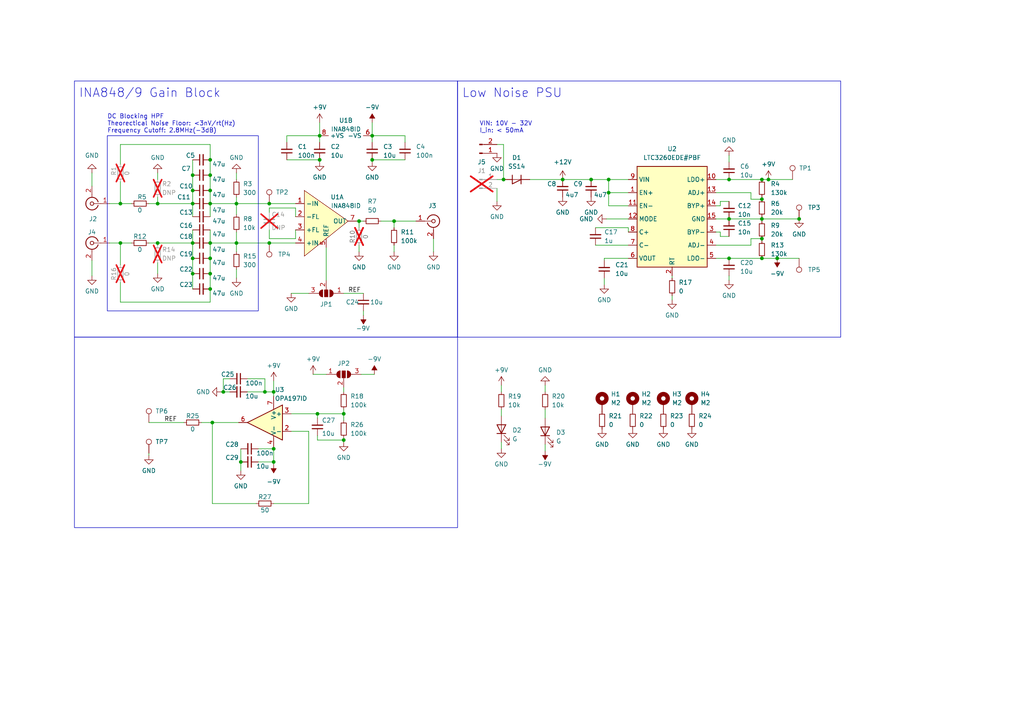
<source format=kicad_sch>
(kicad_sch (version 20230121) (generator eeschema)
  (paper "A4")
  (title_block (title "INA848/9 Gain Block") (date "2024-05-07") (rev "v0_1") (company "M-Labs Limited"))
  (lib_symbols
    (symbol "Amplifier_Operational:OPA197xD" (pin_names (offset 0.127))
      (property "Reference" "U" (at 0 6.35 0))
      (property "Value" "OPA197xD" (at 0 3.81 0))
      (symbol "OPA197xD_0_1"
        (polyline (pts (xy -5.08 5.08) (xy 5.08 0) (xy -5.08 -5.08) (xy -5.08 5.08)) (stroke (width 0.254)) (fill (type background)))
      )
      (symbol "OPA197xD_1_1"
        (pin no_connect line (at -2.54 2.54 270) (length 2.54) hide (name "NC") (number "1"))
        (pin input line (at -7.62 -2.54 0) (length 2.54) (name "-") (number "2"))
        (pin input line (at -7.62 2.54 0) (length 2.54) (name "+") (number "3"))
        (pin power_in line (at -2.54 -7.62 90) (length 3.81) (name "V-") (number "4"))
        (pin no_connect line (at 0 2.54 270) (length 2.54) hide (name "NC") (number "5"))
        (pin output line (at 7.62 0 180) (length 2.54) (name "~") (number "6"))
        (pin power_in line (at -2.54 7.62 270) (length 3.81) (name "V+") (number "7"))
        (pin no_connect line (at 0 -2.54 90) (length 2.54) hide (name "NC") (number "8"))
      )
    )
    (symbol "Connector:Conn_01x02_Pin" (pin_names (offset 1.016) hide)
      (property "Reference" "J" (at 0 2.54 0))
      (property "Value" "Conn_01x02_Pin" (at 0 -5.08 0))
      (symbol "Conn_01x02_Pin_1_1"
        (polyline (pts (xy 1.27 -2.54) (xy 0.8636 -2.54)) (stroke (width 0.1524)))
        (polyline (pts (xy 1.27 0) (xy 0.8636 0)) (stroke (width 0.1524)))
        (rectangle (start 0.8636 -2.413) (end 0 -2.667) (stroke (width 0.1524)) (fill (type outline)))
        (rectangle (start 0.8636 0.127) (end 0 -0.127) (stroke (width 0.1524)) (fill (type outline)))
        (pin passive line (at 5.08 0 180) (length 3.81) (name "Pin_1") (number "1"))
        (pin passive line (at 5.08 -2.54 180) (length 3.81) (name "Pin_2") (number "2"))
      )
    )
    (symbol "Connector:Conn_Coaxial" (pin_names (offset 1.016) hide)
      (property "Reference" "J" (at 0.254 3.048 0))
      (property "Value" "Conn_Coaxial" (at 2.921 0 90))
      (symbol "Conn_Coaxial_0_1"
        (arc (start -1.778 -0.508) (mid 0.2311 -1.8066) (end 1.778 0) (stroke (width 0.254)))
        (polyline (pts (xy -2.54 0) (xy -0.508 0)))
        (polyline (pts (xy 0 -2.54) (xy 0 -1.778)))
        (circle (center 0 0) (radius 0.508) (stroke (width 0.2032)))
        (arc (start 1.778 0) (mid 0.2099 1.8101) (end -1.778 0.508) (stroke (width 0.254)))
      )
      (symbol "Conn_Coaxial_1_1"
        (pin passive line (at -5.08 0 0) (length 2.54) (name "In") (number "1"))
        (pin passive line (at 0 -5.08 90) (length 2.54) (name "Ext") (number "2"))
      )
    )
    (symbol "Connector:TestPoint" (pin_numbers hide) (pin_names (offset 0.762) hide)
      (property "Reference" "TP" (at 0 6.858 0))
      (property "Value" "TestPoint" (at 0 5.08 0))
      (symbol "TestPoint_0_1"
        (circle (center 0 3.302) (radius 0.762))
      )
      (symbol "TestPoint_1_1"
        (pin passive line (at 0 0 90) (length 2.54) (name "1") (number "1"))
      )
    )
    (symbol "Device:C_Small" (pin_numbers hide) (pin_names (offset 0.254) hide)
      (property "Reference" "C" (at 0.254 1.778 0))
      (property "Value" "C_Small" (at 0.254 -2.032 0))
      (symbol "C_Small_0_1"
        (polyline (pts (xy -1.524 -0.508) (xy 1.524 -0.508)) (stroke (width 0.3302)))
        (polyline (pts (xy -1.524 0.508) (xy 1.524 0.508)) (stroke (width 0.3048)))
      )
      (symbol "C_Small_1_1"
        (pin passive line (at 0 2.54 270) (length 2.032) (name "~") (number "1"))
        (pin passive line (at 0 -2.54 90) (length 2.032) (name "~") (number "2"))
      )
    )
    (symbol "Device:D_Shockley" (pin_numbers hide) (pin_names (offset 1.016) hide)
      (property "Reference" "D" (at 0 2.54 0))
      (property "Value" "D_Shockley" (at 0 -2.54 0))
      (symbol "D_Shockley_0_1"
        (polyline (pts (xy -1.27 0) (xy 1.27 0)))
        (polyline (pts (xy -1.27 1.27) (xy -1.27 -1.27)) (stroke (width 0.254)))
        (polyline (pts (xy -1.27 0) (xy 1.27 1.27) (xy 1.27 -1.27)) (stroke (width 0.254)))
      )
      (symbol "D_Shockley_1_1"
        (pin passive line (at -3.81 0 0) (length 2.54) (name "K") (number "1"))
        (pin passive line (at 3.81 0 180) (length 2.54) (name "A") (number "2"))
      )
    )
    (symbol "Device:LED" (pin_numbers hide) (pin_names (offset 1.016) hide)
      (property "Reference" "D" (at 0 2.54 0))
      (property "Value" "LED" (at 0 -2.54 0))
      (symbol "LED_0_1"
        (polyline (pts (xy -1.27 -1.27) (xy -1.27 1.27)) (stroke (width 0.254)))
        (polyline (pts (xy -1.27 0) (xy 1.27 0)))
        (polyline (pts (xy 1.27 -1.27) (xy 1.27 1.27) (xy -1.27 0) (xy 1.27 -1.27)) (stroke (width 0.254)))
        (polyline (pts (xy -3.048 -0.762) (xy -4.572 -2.286) (xy -3.81 -2.286) (xy -4.572 -2.286) (xy -4.572 -1.524)))
        (polyline (pts (xy -1.778 -0.762) (xy -3.302 -2.286) (xy -2.54 -2.286) (xy -3.302 -2.286) (xy -3.302 -1.524)))
      )
      (symbol "LED_1_1"
        (pin passive line (at -3.81 0 0) (length 2.54) (name "K") (number "1"))
        (pin passive line (at 3.81 0 180) (length 2.54) (name "A") (number "2"))
      )
    )
    (symbol "Device:R_Small" (pin_numbers hide) (pin_names (offset 0.254) hide)
      (property "Reference" "R" (at 0.762 0.508 0))
      (property "Value" "R_Small" (at 0.762 -1.016 0))
      (symbol "R_Small_0_1"
        (rectangle (start -0.762 1.778) (end 0.762 -1.778) (stroke (width 0.2032)))
      )
      (symbol "R_Small_1_1"
        (pin passive line (at 0 2.54 270) (length 0.762) (name "~") (number "1"))
        (pin passive line (at 0 -2.54 90) (length 0.762) (name "~") (number "2"))
      )
    )
    (symbol "INA848_1"
      (property "Reference" "REF**" (at 2.54 1.27 0))
      (property "Value" "INA848ID" (at 0 -2.54 0))
      (symbol "INA848_1_1_1"
        (polyline (pts (xy 0 0) (xy 0 -19.05) (xy 12.7 -8.89) (xy 0 0)) (fill (type background)))
        (pin input line (at -2.54 -3.81 0) (length 2.54) (name "-IN") (number "1"))
        (pin input line (at -2.54 -7.62 0) (length 2.54) (name "-FL") (number "2"))
        (pin input line (at -2.54 -11.43 0) (length 2.54) (name "+FL") (number "3"))
        (pin input line (at -2.54 -15.24 0) (length 2.54) (name "+IN") (number "4"))
        (pin input line (at 6.35 -16.51 90) (length 2.54) (name "REF") (number "5"))
        (pin input line (at 15.24 -8.89 180) (length 2.54) (name "OUT") (number "7"))
      )
      (symbol "INA848_1_2_1"
        (pin input line (at 15.24 0 180) (length 2.54) (name "-VS") (number "6"))
        (pin input line (at 0 0 0) (length 2.54) (name "+VS") (number "8"))
      )
    )
    (symbol "Jumper:SolderJumper_3_Open" (pin_names (offset 0) hide)
      (property "Reference" "JP" (at -2.54 -2.54 0))
      (property "Value" "SolderJumper_3_Open" (at 0 2.794 0))
      (symbol "SolderJumper_3_Open_0_1"
        (arc (start -1.016 1.016) (mid -2.0276 0) (end -1.016 -1.016))
        (arc (start -1.016 1.016) (mid -2.0276 0) (end -1.016 -1.016) (fill (type outline)))
        (rectangle (start -0.508 1.016) (end 0.508 -1.016) (fill (type outline)))
        (polyline (pts (xy -2.54 0) (xy -2.032 0)))
        (polyline (pts (xy -1.016 1.016) (xy -1.016 -1.016)))
        (polyline (pts (xy 0 -1.27) (xy 0 -1.016)))
        (polyline (pts (xy 1.016 1.016) (xy 1.016 -1.016)))
        (polyline (pts (xy 2.54 0) (xy 2.032 0)))
        (arc (start 1.016 -1.016) (mid 2.0276 0) (end 1.016 1.016))
        (arc (start 1.016 -1.016) (mid 2.0276 0) (end 1.016 1.016) (fill (type outline)))
      )
      (symbol "SolderJumper_3_Open_1_1"
        (pin passive line (at -5.08 0 0) (length 2.54) (name "A") (number "1"))
        (pin passive line (at 0 -3.81 90) (length 2.54) (name "C") (number "2"))
        (pin passive line (at 5.08 0 180) (length 2.54) (name "B") (number "3"))
      )
    )
    (symbol "Mechanical:MountingHole_Pad" (pin_numbers hide) (pin_names (offset 1.016) hide)
      (property "Reference" "H" (at 0 6.35 0))
      (property "Value" "MountingHole_Pad" (at 0 4.445 0))
      (symbol "MountingHole_Pad_0_1"
        (circle (center 0 1.27) (radius 1.27) (stroke (width 1.27)))
      )
      (symbol "MountingHole_Pad_1_1"
        (pin input line (at 0 -2.54 90) (length 2.54) (name "1") (number "1"))
      )
    )
    (symbol "custom:INA848"
      (property "Reference" "U" (at 1.27 7.62 0))
      (property "Value" "INA848ID" (at 0 -2.54 0))
      (symbol "INA848_1_1"
        (polyline (pts (xy 0 0) (xy 0 -19.05) (xy 12.7 -8.89) (xy 0 0)) (fill (type background)))
        (pin input line (at -2.54 -3.81 0) (length 2.54) (name "-IN") (number "1"))
        (pin input line (at -2.54 -7.62 0) (length 2.54) (name "-FL") (number "2"))
        (pin input line (at -2.54 -11.43 0) (length 2.54) (name "+FL") (number "3"))
        (pin input line (at -2.54 -15.24 0) (length 2.54) (name "+IN") (number "4"))
        (pin input line (at 6.35 -16.51 90) (length 2.54) (name "REF") (number "6"))
        (pin input line (at 15.24 -8.89 180) (length 2.54) (name "OUT") (number "7"))
      )
      (symbol "INA848_2_1"
        (pin input line (at 15.24 0 180) (length 2.54) (name "-VS") (number "6"))
        (pin input line (at 0 0 0) (length 2.54) (name "+VS") (number "8"))
      )
    )
    (symbol "custom:LTC3260EDE#PBF"
      (property "Reference" "IC" (at 26.67 7.62 0))
      (property "Value" "LTC3260EDE#PBF" (at 26.67 5.08 0))
      (symbol "LTC3260EDE#PBF_1_1"
        (rectangle (start 5.08 2.54) (end 25.4 -26.67) (stroke (width 0.254)) (fill (type background)))
        (pin passive line (at 2.54 -5.08 0) (length 2.54) (name "EN+") (number "1"))
        (pin passive line (at 27.94 -1.27 180) (length 2.54) (name "LDO+") (number "10"))
        (pin passive line (at 2.54 -8.89 0) (length 2.54) (name "EN-") (number "11"))
        (pin passive line (at 2.54 -12.7 0) (length 2.54) (name "MODE") (number "12"))
        (pin passive line (at 27.94 -5.08 180) (length 2.54) (name "ADJ+") (number "13"))
        (pin passive line (at 27.94 -8.89 180) (length 2.54) (name "BYP+") (number "14"))
        (pin passive line (at 27.94 -12.7 180) (length 2.54) (name "GND") (number "15"))
        (pin passive line (at 15.24 -29.21 90) (length 2.54) (name "RT") (number "2"))
        (pin passive line (at 27.94 -16.51 180) (length 2.54) (name "BYP-") (number "3"))
        (pin passive line (at 27.94 -20.32 180) (length 2.54) (name "ADJ-") (number "4"))
        (pin passive line (at 27.94 -24.13 180) (length 2.54) (name "LDO-") (number "5"))
        (pin passive line (at 2.54 -24.13 0) (length 2.54) (name "VOUT") (number "6"))
        (pin passive line (at 2.54 -20.32 0) (length 2.54) (name "C-") (number "7"))
        (pin passive line (at 2.54 -16.51 0) (length 2.54) (name "C+") (number "8"))
        (pin passive line (at 2.54 -1.27 0) (length 2.54) (name "VIN") (number "9"))
      )
    )
    (symbol "power:+12V" (power) (pin_names (offset 0))
      (property "Value" "+12V" (at 0 3.556 0))
      (symbol "+12V_0_1"
        (polyline (pts (xy -0.762 1.27) (xy 0 2.54)))
        (polyline (pts (xy 0 0) (xy 0 2.54)))
        (polyline (pts (xy 0 2.54) (xy 0.762 1.27)))
      )
      (symbol "+12V_1_1"
        (pin power_in line (at 0 0 90) (length 0) hide (name "+12V") (number "1"))
      )
    )
    (symbol "power:+9V" (power) (pin_names (offset 0))
      (property "Value" "+9V" (at 0 3.556 0))
      (symbol "+9V_0_1"
        (polyline (pts (xy -0.762 1.27) (xy 0 2.54)))
        (polyline (pts (xy 0 0) (xy 0 2.54)))
        (polyline (pts (xy 0 2.54) (xy 0.762 1.27)))
      )
      (symbol "+9V_1_1"
        (pin power_in line (at 0 0 90) (length 0) hide (name "+9V") (number "1"))
      )
    )
    (symbol "power:-9V" (power) (pin_names (offset 0))
      (property "Value" "-9V" (at 0 3.81 0))
      (symbol "-9V_0_1"
        (polyline (pts (xy 0 0) (xy 0 2.54)))
        (polyline (pts (xy 0.762 1.27) (xy -0.762 1.27) (xy 0 2.54) (xy 0.762 1.27)) (fill (type outline)))
      )
      (symbol "-9V_1_1"
        (pin power_in line (at 0 0 90) (length 0) hide (name "-9V") (number "1"))
      )
    )
    (symbol "power:GND" (power) (pin_names (offset 0))
      (property "Value" "GND" (at 0 -3.81 0))
      (symbol "GND_0_1"
        (polyline (pts (xy 0 0) (xy 0 -1.27) (xy 1.27 -1.27) (xy 0 -2.54) (xy -1.27 -1.27) (xy 0 -1.27)))
      )
      (symbol "GND_1_1"
        (pin power_in line (at 0 0 270) (length 0) hide (name "GND") (number "1"))
      )
    )
  )
  (junction (at 225.425 74.93))
  (junction (at 176.53 52.07))
  (junction (at 79.375 130.175))
  (junction (at 104.14 64.135))
  (junction (at 222.885 52.07))
  (junction (at 79.375 113.665))
  (junction (at 60.96 59.055))
  (junction (at 55.88 55.245))
  (junction (at 55.88 74.93))
  (junction (at 55.88 50.8))
  (junction (at 220.98 69.215))
  (junction (at 114.3 64.135))
  (junction (at 45.72 70.485))
  (junction (at 92.71 46.355))
  (junction (at 64.77 113.665))
  (junction (at 211.455 52.07))
  (junction (at 60.96 70.485))
  (junction (at 78.105 59.055))
  (junction (at 220.98 52.07))
  (junction (at 176.53 55.88))
  (junction (at 99.695 120.015))
  (junction (at 107.95 39.37))
  (junction (at 34.925 70.485))
  (junction (at 220.98 74.93))
  (junction (at 231.775 63.5))
  (junction (at 60.96 83.82))
  (junction (at 60.96 46.355))
  (junction (at 34.925 59.055))
  (junction (at 45.72 59.055))
  (junction (at 211.455 74.93))
  (junction (at 171.45 52.07))
  (junction (at 79.375 133.985))
  (junction (at 61.595 122.555))
  (junction (at 55.88 79.375))
  (junction (at 78.105 70.485))
  (junction (at 146.05 52.07))
  (junction (at 220.98 63.5))
  (junction (at 60.96 74.93))
  (junction (at 76.835 113.665))
  (junction (at 68.58 59.055))
  (junction (at 60.96 55.245))
  (junction (at 211.455 63.5))
  (junction (at 69.85 133.985))
  (junction (at 163.195 52.07))
  (junction (at 107.95 46.355))
  (junction (at 60.96 50.8))
  (junction (at 55.88 59.055))
  (junction (at 55.88 70.485))
  (junction (at 99.695 127.635))
  (junction (at 220.98 57.785))
  (junction (at 92.075 120.015))
  (junction (at 60.96 79.375))
  (junction (at 92.71 39.37))
  (junction (at 68.58 70.485))
  (wire (pts (xy 225.425 74.93) (xy 231.775 74.93)))
  (wire (pts (xy 84.455 85.09) (xy 89.535 85.09)))
  (wire (pts (xy 68.58 70.485) (xy 78.105 70.485)))
  (wire (pts (xy 125.73 73.025) (xy 125.73 69.215)))
  (wire (pts (xy 26.67 50.165) (xy 26.67 53.975)))
  (wire (pts (xy 34.925 41.91) (xy 60.96 41.91)))
  (wire (pts (xy 222.885 52.07) (xy 229.87 52.07)))
  (wire (pts (xy 99.695 112.395) (xy 99.695 113.665)))
  (wire (pts (xy 45.72 71.12) (xy 45.72 70.485)))
  (wire (pts (xy 176.53 55.88) (xy 176.53 52.07)))
  (wire (pts (xy 60.96 70.485) (xy 60.96 74.93)))
  (wire (pts (xy 89.535 125.095) (xy 89.535 146.05)))
  (wire (pts (xy 92.075 127.635) (xy 99.695 127.635)))
  (wire (pts (xy 220.98 64.135) (xy 220.98 63.5)))
  (wire (pts (xy 107.95 39.37) (xy 107.95 41.275)))
  (wire (pts (xy 220.98 74.93) (xy 225.425 74.93)))
  (wire (pts (xy 55.88 70.485) (xy 55.88 74.93)))
  (wire (pts (xy 220.98 63.5) (xy 220.98 62.865)))
  (wire (pts (xy 207.645 74.93) (xy 211.455 74.93)))
  (wire (pts (xy 69.85 136.525) (xy 69.85 133.985)))
  (wire (pts (xy 83.185 46.355) (xy 92.71 46.355)))
  (wire (pts (xy 71.755 109.855) (xy 76.835 109.855)))
  (wire (pts (xy 43.18 122.555) (xy 53.34 122.555)))
  (wire (pts (xy 175.895 63.5) (xy 182.245 63.5)))
  (wire (pts (xy 55.88 59.055) (xy 55.88 62.865)))
  (wire (pts (xy 34.925 52.705) (xy 34.925 59.055)))
  (wire (pts (xy 61.595 122.555) (xy 69.215 122.555)))
  (wire (pts (xy 107.95 46.355) (xy 117.475 46.355)))
  (wire (pts (xy 83.185 41.275) (xy 83.185 39.37)))
  (wire (pts (xy 60.96 59.055) (xy 68.58 59.055)))
  (wire (pts (xy 34.925 59.055) (xy 38.1 59.055)))
  (wire (pts (xy 220.98 57.785) (xy 220.98 57.15)))
  (wire (pts (xy 60.96 87.63) (xy 60.96 83.82)))
  (wire (pts (xy 114.3 73.025) (xy 114.3 71.12)))
  (wire (pts (xy 211.455 52.07) (xy 220.98 52.07)))
  (wire (pts (xy 145.415 130.175) (xy 145.415 128.27)))
  (wire (pts (xy 60.96 41.91) (xy 60.96 46.355)))
  (wire (pts (xy 60.96 55.245) (xy 60.96 59.055)))
  (wire (pts (xy 146.05 41.91) (xy 146.05 52.07)))
  (wire (pts (xy 158.115 118.745) (xy 158.115 121.285)))
  (wire (pts (xy 171.45 52.07) (xy 176.53 52.07)))
  (wire (pts (xy 69.85 130.175) (xy 69.85 133.985)))
  (wire (pts (xy 194.945 80.645) (xy 194.945 80.01)))
  (wire (pts (xy 217.805 71.12) (xy 217.805 69.215)))
  (wire (pts (xy 207.645 52.07) (xy 211.455 52.07)))
  (wire (pts (xy 83.185 39.37) (xy 92.71 39.37)))
  (wire (pts (xy 60.96 79.375) (xy 60.96 83.82)))
  (wire (pts (xy 68.58 57.15) (xy 68.58 59.055)))
  (wire (pts (xy 207.645 55.88) (xy 217.805 55.88)))
  (wire (pts (xy 99.695 128.27) (xy 99.695 127.635)))
  (wire (pts (xy 217.805 55.88) (xy 217.805 57.785)))
  (wire (pts (xy 68.58 80.645) (xy 68.58 78.105)))
  (wire (pts (xy 144.145 52.07) (xy 146.05 52.07)))
  (wire (pts (xy 231.775 63.5) (xy 220.98 63.5)))
  (wire (pts (xy 68.58 59.055) (xy 78.105 59.055)))
  (wire (pts (xy 64.135 113.665) (xy 64.77 113.665)))
  (wire (pts (xy 79.375 134.62) (xy 79.375 133.985)))
  (wire (pts (xy 45.72 57.15) (xy 45.72 59.055)))
  (wire (pts (xy 60.96 66.675) (xy 60.96 70.485)))
  (wire (pts (xy 60.96 50.8) (xy 60.96 55.245)))
  (wire (pts (xy 45.72 50.165) (xy 45.72 52.07)))
  (wire (pts (xy 175.26 74.93) (xy 182.245 74.93)))
  (wire (pts (xy 45.72 59.055) (xy 55.88 59.055)))
  (wire (pts (xy 34.925 87.63) (xy 60.96 87.63)))
  (wire (pts (xy 74.93 130.175) (xy 79.375 130.175)))
  (wire (pts (xy 34.925 47.625) (xy 34.925 41.91)))
  (wire (pts (xy 79.375 110.49) (xy 79.375 113.665)))
  (wire (pts (xy 153.67 52.07) (xy 163.195 52.07)))
  (wire (pts (xy 55.88 50.8) (xy 55.88 55.245)))
  (wire (pts (xy 104.14 73.025) (xy 104.14 71.12)))
  (wire (pts (xy 220.98 69.215) (xy 220.98 69.85)))
  (wire (pts (xy 78.105 60.325) (xy 85.725 60.325)))
  (wire (pts (xy 208.915 68.58) (xy 211.455 68.58)))
  (wire (pts (xy 211.455 63.5) (xy 220.98 63.5)))
  (wire (pts (xy 172.72 71.12) (xy 182.245 71.12)))
  (wire (pts (xy 68.58 70.485) (xy 68.58 73.025)))
  (wire (pts (xy 120.65 64.135) (xy 114.3 64.135)))
  (wire (pts (xy 31.75 70.485) (xy 34.925 70.485)))
  (wire (pts (xy 60.96 70.485) (xy 68.58 70.485)))
  (wire (pts (xy 43.18 132.08) (xy 43.18 131.445)))
  (wire (pts (xy 104.14 64.135) (xy 105.41 64.135)))
  (wire (pts (xy 182.245 66.04) (xy 182.245 67.31)))
  (wire (pts (xy 61.595 146.05) (xy 74.295 146.05)))
  (wire (pts (xy 43.18 59.055) (xy 45.72 59.055)))
  (wire (pts (xy 85.725 69.215) (xy 85.725 66.675)))
  (wire (pts (xy 99.695 85.09) (xy 105.41 85.09)))
  (wire (pts (xy 78.105 60.325) (xy 78.105 61.595)))
  (wire (pts (xy 207.645 71.12) (xy 217.805 71.12)))
  (wire (pts (xy 144.145 41.91) (xy 146.05 41.91)))
  (wire (pts (xy 107.95 46.99) (xy 107.95 46.355)))
  (wire (pts (xy 114.3 64.135) (xy 110.49 64.135)))
  (wire (pts (xy 92.71 46.99) (xy 92.71 46.355)))
  (wire (pts (xy 220.98 52.07) (xy 222.885 52.07)))
  (wire (pts (xy 105.41 90.17) (xy 105.41 91.44)))
  (wire (pts (xy 60.96 74.93) (xy 60.96 79.375)))
  (wire (pts (xy 211.455 81.28) (xy 211.455 80.01)))
  (wire (pts (xy 58.42 122.555) (xy 61.595 122.555)))
  (wire (pts (xy 76.835 109.855) (xy 76.835 113.665)))
  (wire (pts (xy 182.245 59.69) (xy 176.53 59.69)))
  (wire (pts (xy 144.145 54.61) (xy 144.145 58.42)))
  (wire (pts (xy 211.455 74.93) (xy 220.98 74.93)))
  (wire (pts (xy 64.77 113.665) (xy 66.675 113.665)))
  (wire (pts (xy 176.53 59.69) (xy 176.53 55.88)))
  (wire (pts (xy 211.455 58.42) (xy 208.915 58.42)))
  (wire (pts (xy 92.075 121.285) (xy 92.075 120.015)))
  (wire (pts (xy 68.58 67.31) (xy 68.58 70.485)))
  (wire (pts (xy 55.88 66.675) (xy 55.88 70.485)))
  (wire (pts (xy 107.95 35.56) (xy 107.95 39.37)))
  (wire (pts (xy 78.105 70.485) (xy 85.725 70.485)))
  (wire (pts (xy 45.72 70.485) (xy 55.88 70.485)))
  (wire (pts (xy 217.805 57.785) (xy 220.98 57.785)))
  (wire (pts (xy 78.105 69.215) (xy 78.105 66.675)))
  (wire (pts (xy 108.585 108.585) (xy 104.775 108.585)))
  (wire (pts (xy 68.58 50.165) (xy 68.58 52.07)))
  (wire (pts (xy 207.645 67.31) (xy 208.915 67.31)))
  (wire (pts (xy 175.26 82.55) (xy 175.26 80.645)))
  (wire (pts (xy 84.455 120.015) (xy 92.075 120.015)))
  (wire (pts (xy 163.195 52.07) (xy 171.45 52.07)))
  (wire (pts (xy 103.505 64.135) (xy 104.14 64.135)))
  (wire (pts (xy 34.925 76.835) (xy 34.925 70.485)))
  (wire (pts (xy 176.53 55.88) (xy 182.245 55.88)))
  (wire (pts (xy 55.88 55.245) (xy 55.88 59.055)))
  (wire (pts (xy 74.93 133.985) (xy 79.375 133.985)))
  (wire (pts (xy 60.96 46.355) (xy 60.96 50.8)))
  (wire (pts (xy 117.475 41.275) (xy 117.475 39.37)))
  (wire (pts (xy 92.075 120.015) (xy 99.695 120.015)))
  (wire (pts (xy 158.115 111.76) (xy 158.115 113.665)))
  (wire (pts (xy 61.595 146.05) (xy 61.595 122.555)))
  (wire (pts (xy 99.695 118.745) (xy 99.695 120.015)))
  (wire (pts (xy 31.75 59.055) (xy 34.925 59.055)))
  (wire (pts (xy 172.72 66.04) (xy 182.245 66.04)))
  (wire (pts (xy 92.71 39.37) (xy 92.71 41.275)))
  (wire (pts (xy 64.77 109.855) (xy 64.77 113.665)))
  (wire (pts (xy 114.3 66.04) (xy 114.3 64.135)))
  (wire (pts (xy 34.925 81.915) (xy 34.925 87.63)))
  (wire (pts (xy 145.415 118.745) (xy 145.415 120.65)))
  (wire (pts (xy 94.615 71.755) (xy 94.615 81.28)))
  (wire (pts (xy 92.075 126.365) (xy 92.075 127.635)))
  (wire (pts (xy 68.58 59.055) (xy 68.58 62.23)))
  (wire (pts (xy 211.455 45.085) (xy 211.455 46.99)))
  (wire (pts (xy 60.96 59.055) (xy 60.96 62.865)))
  (wire (pts (xy 158.115 128.905) (xy 158.115 130.81)))
  (wire (pts (xy 208.915 59.69) (xy 207.645 59.69)))
  (wire (pts (xy 34.925 70.485) (xy 38.1 70.485)))
  (wire (pts (xy 85.725 60.325) (xy 85.725 62.865)))
  (wire (pts (xy 92.71 35.56) (xy 92.71 39.37)))
  (wire (pts (xy 207.645 63.5) (xy 211.455 63.5)))
  (wire (pts (xy 117.475 39.37) (xy 107.95 39.37)))
  (wire (pts (xy 104.14 64.135) (xy 104.14 66.04)))
  (wire (pts (xy 79.375 146.05) (xy 89.535 146.05)))
  (wire (pts (xy 145.415 111.76) (xy 145.415 113.665)))
  (wire (pts (xy 175.26 75.565) (xy 175.26 74.93)))
  (wire (pts (xy 194.945 86.995) (xy 194.945 85.725)))
  (wire (pts (xy 79.375 113.665) (xy 79.375 114.935)))
  (wire (pts (xy 208.915 67.31) (xy 208.915 68.58)))
  (wire (pts (xy 78.105 69.215) (xy 85.725 69.215)))
  (wire (pts (xy 84.455 125.095) (xy 89.535 125.095)))
  (wire (pts (xy 182.245 52.07) (xy 176.53 52.07)))
  (wire (pts (xy 71.755 113.665) (xy 76.835 113.665)))
  (wire (pts (xy 76.835 113.665) (xy 79.375 113.665)))
  (wire (pts (xy 99.695 127.635) (xy 99.695 127)))
  (wire (pts (xy 55.88 74.93) (xy 55.88 79.375)))
  (wire (pts (xy 45.72 79.375) (xy 45.72 76.2)))
  (wire (pts (xy 43.18 70.485) (xy 45.72 70.485)))
  (wire (pts (xy 99.695 120.015) (xy 99.695 121.92)))
  (wire (pts (xy 217.805 69.215) (xy 220.98 69.215)))
  (wire (pts (xy 55.88 79.375) (xy 55.88 83.82)))
  (wire (pts (xy 208.915 58.42) (xy 208.915 59.69)))
  (wire (pts (xy 66.675 109.855) (xy 64.77 109.855)))
  (wire (pts (xy 78.105 59.055) (xy 85.725 59.055)))
  (wire (pts (xy 79.375 133.985) (xy 79.375 130.175)))
  (wire (pts (xy 90.805 108.585) (xy 94.615 108.585)))
  (wire (pts (xy 26.67 80.01) (xy 26.67 75.565)))
  (wire (pts (xy 55.88 46.355) (xy 55.88 50.8)))
  (rectangle (start 21.59 97.79) (end 132.715 153.035))
  (rectangle (start 132.715 23.495) (end 243.84 97.79))
  (rectangle (start 31.115 39.37) (end 74.93 90.17))
  (rectangle (start 21.59 23.495) (end 132.715 97.79))
  (text "DC Blocking HPF\nTheorectical Noise Floor: <3nV/rt(Hz)\nFrequency Cutoff: 2.8MHz(-3dB)" (at 31.115 38.735 0) (effects (font (size 1.27 1.27)) (justify left bottom)))
  (text "VIN: 10V - 32V\nI_in: < 50mA" (at 139.065 38.735 0) (effects (font (size 1.27 1.27)) (justify left bottom)))
  (text "Low Noise PSU" (at 133.985 28.575 0) (effects (font (size 2.54 2.54)) (justify left bottom)))
  (text "INA848/9 Gain Block" (at 22.86 28.575 0) (effects (font (size 2.54 2.54)) (justify left bottom)))
  (label "REF" (at 47.625 122.555 0))
  (label "REF" (at 100.965 85.09 0))
  (symbol (lib_id "power:GND") (at 45.72 50.165 180) (unit 1)
    (property "Reference" "#PWR07" (effects hide))
    (property "Value" "GND" (at 45.72 45.72 0))
  )
  (symbol (lib_id "power:GND") (at 26.67 50.165 180) (unit 1)
    (property "Reference" "#PWR06" (effects hide))
    (property "Value" "GND" (at 26.67 45.085 0))
  )
  (symbol (lib_name "INA848_1") (lib_id "custom:INA848") (at 88.265 55.245 0) (unit 1)
    (property "Reference" "U1" (at 97.79 57.15 0))
    (property "Value" "INA848ID" (at 100.33 59.69 0))
    (property "Footprint" "custom:INA848-SOIC-8" (effects hide))
    (property "MFR_PN" "INA848ID" (effects hide))
  )
  (symbol (lib_id "Device:C_Small") (at 92.075 123.825 180) (unit 1)
    (property "Reference" "C27" (at 93.345 121.92 0) (effects (justify right)))
    (property "Value" "10u" (at 93.345 125.73 0) (effects (justify right)))
    (property "Footprint" "Capacitor_SMD:C_0805_2012Metric" (effects hide))
    (property "MFR_PN" "CL21A106KOQNNNE" (effects hide))
  )
  (symbol (lib_id "Device:C_Small") (at 69.215 109.855 270) (unit 1)
    (property "Reference" "C25" (at 66.04 108.585 90))
    (property "Value" "100n" (at 73.66 111.125 90))
    (property "Footprint" "Capacitor_SMD:C_0603_1608Metric" (effects hide))
    (property "MFR_PN" "C0603C104K5RACAUTO" (effects hide))
  )
  (symbol (lib_id "power:GND") (at 84.455 85.09 0) (unit 1)
    (property "Reference" "#PWR025" (effects hide))
    (property "Value" "GND" (at 84.455 89.535 0))
  )
  (symbol (lib_id "Device:R_Small") (at 68.58 64.77 0) (unit 1)
    (property "Reference" "R8" (at 70.485 63.5 0) (effects (justify left)))
    (property "Value" "10k" (at 70.485 66.04 0) (effects (justify left)))
    (property "Footprint" "Resistor_SMD:R_0603_1608Metric" (effects hide))
    (property "MFR_PN" "RC0603JR-0710KP" (effects hide))
  )
  (symbol (lib_id "Device:C_Small") (at 58.42 66.675 90) (unit 1)
    (property "Reference" "C16" (at 53.975 65.405 90))
    (property "Value" "47u" (at 63.5 67.945 90))
    (property "Footprint" "Capacitor_SMD:C_1206_3216Metric" (effects hide))
    (property "MFR_PN" "C3216X5R1E476M160AC" (effects hide))
  )
  (symbol (lib_id "Connector:Conn_Coaxial") (at 125.73 64.135 0) (unit 1)
    (property "Reference" "J3" (at 125.4126 59.69 0))
    (property "Value" "Conn_Coaxial" (effects hide))
    (property "Footprint" "custom:CON-SMA-EDGE" (effects hide))
    (property "Datasheet" " ~" (effects hide))
    (property "MFR_PN" "CON-SMA-EDGE" (effects hide))
  )
  (symbol (lib_id "Device:C_Small") (at 58.42 46.355 90) (unit 1)
    (property "Reference" "C5" (at 55.245 45.085 90))
    (property "Value" "47u" (at 63.5 47.625 90))
    (property "Footprint" "Capacitor_SMD:C_1206_3216Metric" (effects hide))
    (property "MFR_PN" "C3216X5R1E476M160AC" (effects hide))
  )
  (symbol (lib_id "power:GND") (at 175.26 82.55 0) (unit 1)
    (property "Reference" "#PWR024" (effects hide))
    (property "Value" "GND" (at 175.26 86.995 0))
  )
  (symbol (lib_id "Connector:TestPoint") (at 43.18 122.555 0) (unit 1)
    (property "Reference" "TP6" (at 45.085 119.253 0) (effects (justify left)))
    (property "Value" "TestPoint" (effects hide))
    (property "Footprint" "TestPoint:TestPoint_Pad_1.0x1.0mm" (effects hide))
  )
  (symbol (lib_id "Device:LED") (at 145.415 124.46 90) (unit 1)
    (property "Reference" "D2" (at 148.59 124.7775 90) (effects (justify right)))
    (property "Value" "G" (at 148.59 127.3175 90) (effects (justify right)))
    (property "Footprint" "LED_SMD:LED_0805_2012Metric" (effects hide))
    (property "MFR_PN" "LTST-S220GKT" (effects hide))
  )
  (symbol (lib_id "power:GND") (at 114.3 73.025 0) (unit 1)
    (property "Reference" "#PWR017" (effects hide))
    (property "Value" "GND" (at 114.3 77.47 0))
  )
  (symbol (lib_id "Device:R_Small") (at 34.925 79.375 0) (unit 1) (dnp yes)
    (property "Reference" "R16" (at 33.02 77.47 90) (effects (justify right)))
    (property "Value" "0" (at 36.83 78.74 90) (effects (justify right)))
    (property "Footprint" "Resistor_SMD:R_0603_1608Metric" (effects hide))
    (property "MFR_PN" "RC0603FR-070RL" (effects hide))
  )
  (symbol (lib_id "power:GND") (at 26.67 80.01 0) (unit 1)
    (property "Reference" "#PWR021" (effects hide))
    (property "Value" "GND" (at 26.67 84.455 0))
  )
  (symbol (lib_id "Device:R_Small") (at 104.14 68.58 0) (unit 1) (dnp yes)
    (property "Reference" "R10" (at 102.235 66.675 90) (effects (justify right)))
    (property "Value" "0" (at 106.045 67.945 90) (effects (justify right)))
    (property "Footprint" "Resistor_SMD:R_0603_1608Metric" (effects hide))
    (property "MFR_PN" "RC0603FR-070RL" (effects hide))
  )
  (symbol (lib_id "power:GND") (at 107.95 46.99 0) (unit 1)
    (property "Reference" "#PWR05" (effects hide))
    (property "Value" "GND" (at 107.95 51.435 0))
  )
  (symbol (lib_id "Connector:Conn_Coaxial") (at 26.67 70.485 0) (mirror y) (unit 1)
    (property "Reference" "J4" (at 26.67 67.31 0))
    (property "Value" "Conn_Coaxial" (effects hide))
    (property "Footprint" "custom:CON-SMA-EDGE" (effects hide))
    (property "Datasheet" " ~" (effects hide))
    (property "MFR_PN" "CON-SMA-EDGE" (effects hide))
  )
  (symbol (lib_id "power:GND") (at 144.145 44.45 0) (unit 1)
    (property "Reference" "#PWR044" (effects hide))
    (property "Value" "GND" (at 144.145 48.895 0))
  )
  (symbol (lib_id "power:GND") (at 43.18 132.08 0) (unit 1)
    (property "Reference" "#PWR041" (effects hide))
    (property "Value" "GND" (at 43.18 136.525 0))
  )
  (symbol (lib_id "Device:C_Small") (at 175.26 78.105 180) (unit 1)
    (property "Reference" "C21" (at 178.435 76.8286 0) (effects (justify right)))
    (property "Value" "10u" (at 178.435 79.3686 0) (effects (justify right)))
    (property "Footprint" "Capacitor_SMD:C_0805_2012Metric" (effects hide))
    (property "MFR_PN" "CL21A106KOQNNNE" (effects hide))
  )
  (symbol (lib_id "Device:C_Small") (at 83.185 43.815 180) (unit 1)
    (property "Reference" "C1" (at 86.36 42.5386 0) (effects (justify right)))
    (property "Value" "100n" (at 86.36 45.0786 0) (effects (justify right)))
    (property "Footprint" "Capacitor_SMD:C_0603_1608Metric" (effects hide))
    (property "MFR_PN" "C0603C104K5RACAUTO" (effects hide))
  )
  (symbol (lib_id "power:-9V") (at 108.585 108.585 0) (unit 1)
    (property "Reference" "#PWR029" (effects hide))
    (property "Value" "-9V" (at 108.585 104.14 0))
  )
  (symbol (lib_id "Device:R_Small") (at 76.835 146.05 90) (unit 1)
    (property "Reference" "R27" (at 76.835 144.145 90))
    (property "Value" "50" (at 76.835 147.955 90))
    (property "Footprint" "Resistor_SMD:R_0603_1608Metric" (effects hide))
    (property "MFR_PN" "RT0603DRD0749R9L" (effects hide))
  )
  (symbol (lib_id "Device:C_Small") (at 72.39 130.175 270) (unit 1)
    (property "Reference" "C28" (at 67.31 128.905 90))
    (property "Value" "100n" (at 76.835 131.445 90))
    (property "Footprint" "Capacitor_SMD:C_0603_1608Metric" (effects hide))
    (property "MFR_PN" "C0603C104K5RACAUTO" (effects hide))
  )
  (symbol (lib_id "power:GND") (at 192.405 124.46 0) (unit 1)
    (property "Reference" "#PWR036" (effects hide))
    (property "Value" "GND" (at 192.405 128.905 0))
  )
  (symbol (lib_id "Mechanical:MountingHole_Pad") (at 200.66 116.84 0) (unit 1)
    (property "Reference" "H4" (at 203.2 114.3 0) (effects (justify left)))
    (property "Value" "M2" (at 203.2 116.84 0) (effects (justify left)))
    (property "Footprint" "MountingHole:MountingHole_2.2mm_M2_ISO7380_Pad_TopBottom" (effects hide))
  )
  (symbol (lib_id "power:GND") (at 68.58 80.645 0) (unit 1)
    (property "Reference" "#PWR022" (effects hide))
    (property "Value" "GND" (at 68.58 85.09 0))
  )
  (symbol (lib_id "Device:C_Small") (at 92.71 43.815 180) (unit 1)
    (property "Reference" "C2" (at 95.885 42.5386 0) (effects (justify right)))
    (property "Value" "10u" (at 95.885 45.0786 0) (effects (justify right)))
    (property "Footprint" "Capacitor_SMD:C_0805_2012Metric" (effects hide))
    (property "MFR_PN" "CL21A106KOQNNNE" (effects hide))
  )
  (symbol (lib_id "Device:R_Small") (at 174.625 121.92 180) (unit 1)
    (property "Reference" "R21" (at 176.53 120.65 0) (effects (justify right)))
    (property "Value" "0" (at 176.53 123.19 0) (effects (justify right)))
    (property "Footprint" "Resistor_SMD:R_0603_1608Metric" (effects hide))
    (property "MFR_PN" "RC0603FR-070RL" (effects hide))
  )
  (symbol (lib_id "Device:R_Small") (at 220.98 60.325 180) (unit 1)
    (property "Reference" "R6" (at 223.52 59.055 0) (effects (justify right)))
    (property "Value" "20k" (at 223.52 61.595 0) (effects (justify right)))
    (property "Footprint" "Resistor_SMD:R_0603_1608Metric" (effects hide))
    (property "MFR_PN" "CRCW060320K0FKEA" (effects hide))
  )
  (symbol (lib_id "power:GND") (at 231.775 63.5 0) (unit 1)
    (property "Reference" "#PWR015" (effects hide))
    (property "Value" "GND" (at 231.775 67.945 0))
  )
  (symbol (lib_id "Device:R_Small") (at 145.415 116.205 0) (unit 1)
    (property "Reference" "R19" (at 147.32 114.935 0) (effects (justify left)))
    (property "Value" "10k" (at 147.32 117.475 0) (effects (justify left)))
    (property "Footprint" "Resistor_SMD:R_0603_1608Metric" (effects hide))
    (property "MFR_PN" "RC0603JR-0710KP" (effects hide))
  )
  (symbol (lib_id "power:-9V") (at 158.115 130.81 180) (unit 1)
    (property "Reference" "#PWR040" (effects hide))
    (property "Value" "-9V" (at 160.02 134.62 0) (effects (justify left)))
  )
  (symbol (lib_id "Device:C_Small") (at 211.455 66.04 180) (unit 1)
    (property "Reference" "C15" (at 213.995 64.7636 0) (effects (justify right)))
    (property "Value" "10n" (at 213.995 67.3036 0) (effects (justify right)))
    (property "Footprint" "Capacitor_SMD:C_0603_1608Metric" (effects hide))
    (property "MFR_PN" "C0603C103J4RACTU" (effects hide))
  )
  (symbol (lib_id "power:+9V") (at 79.375 110.49 0) (unit 1)
    (property "Reference" "#PWR030" (effects hide))
    (property "Value" "+9V" (at 79.375 106.045 0))
  )
  (symbol (lib_id "Device:C_Small") (at 58.42 79.375 90) (unit 1)
    (property "Reference" "C22" (at 53.975 78.105 90))
    (property "Value" "47u" (at 63.5 80.645 90))
    (property "Footprint" "Capacitor_SMD:C_1206_3216Metric" (effects hide))
    (property "MFR_PN" "C3216X5R1E476M160AC" (effects hide))
  )
  (symbol (lib_id "power:GND") (at 175.895 63.5 270) (unit 1)
    (property "Reference" "#PWR014" (effects hide))
    (property "Value" "GND" (at 172.085 63.5 90) (effects (justify right)))
  )
  (symbol (lib_id "Device:C_Small") (at 58.42 74.93 90) (unit 1)
    (property "Reference" "C19" (at 53.975 73.66 90))
    (property "Value" "47u" (at 63.5 76.2 90))
    (property "Footprint" "Capacitor_SMD:C_1206_3216Metric" (effects hide))
    (property "MFR_PN" "C3216X5R1E476M160AC" (effects hide))
  )
  (symbol (lib_id "Device:R_Small") (at 158.115 116.205 0) (unit 1)
    (property "Reference" "R20" (at 160.02 114.935 0) (effects (justify left)))
    (property "Value" "10k" (at 160.02 117.475 0) (effects (justify left)))
    (property "Footprint" "Resistor_SMD:R_0603_1608Metric" (effects hide))
    (property "MFR_PN" "RC0603JR-0710KP" (effects hide))
  )
  (symbol (lib_id "Device:R_Small") (at 45.72 73.66 180) (unit 1) (dnp yes)
    (property "Reference" "R14" (at 46.99 72.39 0) (effects (justify right)))
    (property "Value" "DNP" (at 46.99 74.93 0) (effects (justify right)))
    (property "Footprint" "Resistor_SMD:R_0603_1608Metric" (effects hide))
  )
  (symbol (lib_id "Device:R_Small") (at 114.3 68.58 180) (unit 1)
    (property "Reference" "R11" (at 116.205 67.31 0) (effects (justify right)))
    (property "Value" "100k" (at 116.205 69.85 0) (effects (justify right)))
    (property "Footprint" "Resistor_SMD:R_0603_1608Metric" (effects hide))
    (property "MFR_PN" "RT0603FRE10100KL" (effects hide))
  )
  (symbol (lib_id "Device:C_Small") (at 58.42 55.245 90) (unit 1)
    (property "Reference" "C10" (at 53.975 53.975 90))
    (property "Value" "47u" (at 63.5 56.515 90))
    (property "Footprint" "Capacitor_SMD:C_1206_3216Metric" (effects hide))
    (property "MFR_PN" "C3216X5R1E476M160AC" (effects hide))
  )
  (symbol (lib_id "Connector:TestPoint") (at 43.18 131.445 0) (unit 1)
    (property "Reference" "TP7" (at 45.085 128.143 0) (effects (justify left)))
    (property "Value" "TestPoint" (effects hide))
    (property "Footprint" "TestPoint:TestPoint_Pad_1.0x1.0mm" (effects hide))
  )
  (symbol (lib_id "power:GND") (at 125.73 73.025 0) (unit 1)
    (property "Reference" "#PWR018" (effects hide))
    (property "Value" "GND" (at 125.73 77.47 0))
  )
  (symbol (lib_id "power:GND") (at 99.695 128.27 0) (unit 1)
    (property "Reference" "#PWR038" (effects hide))
    (property "Value" "GND" (at 99.695 132.715 0))
  )
  (symbol (lib_id "Amplifier_Operational:OPA197xD") (at 76.835 122.555 0) (mirror y) (unit 1)
    (property "Reference" "U3" (at 79.7209 113.03 0) (effects (justify right)))
    (property "Value" "OPA197ID" (at 79.7209 115.57 0) (effects (justify right)))
    (property "Footprint" "custom:SOIC127P600X175-8N" (effects hide))
    (property "Datasheet" "http://www.ti.com/lit/ds/symlink/opa197.pdf" (effects hide))
    (property "MFR_PN" "OPA197ID" (effects hide))
  )
  (symbol (lib_id "Connector:Conn_01x02_Pin") (at 139.065 44.45 0) (mirror x) (unit 1)
    (property "Reference" "J5" (at 139.7 46.99 0))
    (property "Value" "Conn_01x02_Pin" (effects hide))
    (property "Footprint" "Connector_PinHeader_2.54mm:PinHeader_1x02_P2.54mm_Horizontal" (effects hide))
    (property "MFR_PN" "M20-9750242" (effects hide))
  )
  (symbol (lib_id "Device:R_Small") (at 220.98 72.39 180) (unit 1)
    (property "Reference" "R13" (at 223.52 71.12 0) (effects (justify right)))
    (property "Value" "130k" (at 223.52 73.66 0) (effects (justify right)))
    (property "Footprint" "Resistor_SMD:R_0603_1608Metric" (effects hide))
    (property "MFR_PN" "RC0603JR-07130KL" (effects hide))
  )
  (symbol (lib_id "Device:R_Small") (at 55.88 122.555 90) (unit 1)
    (property "Reference" "R25" (at 55.88 120.65 90))
    (property "Value" "0" (at 55.88 124.46 90))
    (property "Footprint" "Resistor_SMD:R_0603_1608Metric" (effects hide))
    (property "MFR_PN" "RC0603FR-070RL" (effects hide))
  )
  (symbol (lib_id "Device:R_Small") (at 40.64 59.055 270) (unit 1)
    (property "Reference" "R5" (at 42.545 57.15 90) (effects (justify right)))
    (property "Value" "0" (at 41.275 60.96 90) (effects (justify right)))
    (property "Footprint" "Resistor_SMD:R_0603_1608Metric" (effects hide))
    (property "MFR_PN" "RC0603FR-070RL" (effects hide))
  )
  (symbol (lib_id "Device:C_Small") (at 172.72 68.58 180) (unit 1)
    (property "Reference" "C17" (at 175.26 67.3036 0) (effects (justify right)))
    (property "Value" "1u" (at 175.26 69.8436 0) (effects (justify right)))
    (property "Footprint" "Capacitor_SMD:C_0603_1608Metric" (effects hide))
    (property "MFR_PN" "MBASE168SB7105KTNA01" (effects hide))
  )
  (symbol (lib_id "Device:C_Small") (at 211.455 60.96 180) (unit 1)
    (property "Reference" "C12" (at 213.995 59.6836 0) (effects (justify right)))
    (property "Value" "10n" (at 213.995 62.2236 0) (effects (justify right)))
    (property "Footprint" "Capacitor_SMD:C_0603_1608Metric" (effects hide))
    (property "MFR_PN" "C0603C103J4RACTU" (effects hide))
  )
  (symbol (lib_id "Device:C_Small") (at 211.455 49.53 180) (unit 1)
    (property "Reference" "C6" (at 214.63 48.2536 0) (effects (justify right)))
    (property "Value" "10u" (at 214.63 50.7936 0) (effects (justify right)))
    (property "Footprint" "Capacitor_SMD:C_0805_2012Metric" (effects hide))
    (property "MFR_PN" "CL21A106KOQNNNE" (effects hide))
  )
  (symbol (lib_id "power:GND") (at 211.455 45.085 180) (unit 1)
    (property "Reference" "#PWR03" (effects hide))
    (property "Value" "GND" (at 211.455 40.64 0))
  )
  (symbol (lib_id "power:GND") (at 194.945 86.995 0) (unit 1)
    (property "Reference" "#PWR026" (effects hide))
    (property "Value" "GND" (at 194.945 91.44 0))
  )
  (symbol (lib_id "power:GND") (at 183.515 124.46 0) (unit 1)
    (property "Reference" "#PWR035" (effects hide))
    (property "Value" "GND" (at 183.515 128.905 0))
  )
  (symbol (lib_id "custom:INA848") (at 92.71 39.37 0) (unit 2)
    (property "Reference" "U1" (at 100.33 34.925 0))
    (property "Value" "INA848ID" (at 100.33 37.465 0))
    (property "Footprint" "custom:INA848-SOIC-8" (effects hide))
    (property "MFR_PN" "INA848ID" (effects hide))
  )
  (symbol (lib_id "Device:C_Small") (at 105.41 87.63 0) (unit 1)
    (property "Reference" "C24" (at 102.235 87.63 0))
    (property "Value" "10u" (at 109.22 87.63 0))
    (property "Footprint" "Capacitor_SMD:C_0805_2012Metric" (effects hide))
    (property "MFR_PN" "CL21A106KOQNNNE" (effects hide))
  )
  (symbol (lib_id "Device:R_Small") (at 192.405 121.92 180) (unit 1)
    (property "Reference" "R23" (at 194.31 120.65 0) (effects (justify right)))
    (property "Value" "0" (at 194.31 123.19 0) (effects (justify right)))
    (property "Footprint" "Resistor_SMD:R_0603_1608Metric" (effects hide))
    (property "MFR_PN" "RC0603FR-070RL" (effects hide))
  )
  (symbol (lib_id "Device:R_Small") (at 45.72 54.61 180) (unit 1) (dnp yes)
    (property "Reference" "R2" (at 46.99 53.34 0) (effects (justify right)))
    (property "Value" "DNP" (at 46.99 55.88 0) (effects (justify right)))
    (property "Footprint" "Resistor_SMD:R_0603_1608Metric" (effects hide))
  )
  (symbol (lib_id "Device:C_Small") (at 117.475 43.815 180) (unit 1)
    (property "Reference" "C4" (at 120.65 42.5386 0) (effects (justify right)))
    (property "Value" "100n" (at 120.65 45.0786 0) (effects (justify right)))
    (property "Footprint" "Capacitor_SMD:C_0603_1608Metric" (effects hide))
    (property "MFR_PN" "C0603C104K5RACAUTO" (effects hide))
  )
  (symbol (lib_id "power:GND") (at 211.455 81.28 0) (unit 1)
    (property "Reference" "#PWR023" (effects hide))
    (property "Value" "GND" (at 211.455 85.725 0))
  )
  (symbol (lib_id "Mechanical:MountingHole_Pad") (at 192.405 116.84 0) (unit 1)
    (property "Reference" "H3" (at 194.945 114.3 0) (effects (justify left)))
    (property "Value" "M2" (at 194.945 116.84 0) (effects (justify left)))
    (property "Footprint" "MountingHole:MountingHole_2.2mm_M2_ISO7380_Pad_TopBottom" (effects hide))
  )
  (symbol (lib_id "Device:R_Small") (at 200.66 121.92 180) (unit 1)
    (property "Reference" "R24" (at 202.565 120.65 0) (effects (justify right)))
    (property "Value" "0" (at 202.565 123.19 0) (effects (justify right)))
    (property "Footprint" "Resistor_SMD:R_0603_1608Metric" (effects hide))
    (property "MFR_PN" "RC0603FR-070RL" (effects hide))
  )
  (symbol (lib_id "Device:R_Small") (at 194.945 83.185 180) (unit 1)
    (property "Reference" "R17" (at 196.85 81.915 0) (effects (justify right)))
    (property "Value" "0" (at 196.85 84.455 0) (effects (justify right)))
    (property "Footprint" "Resistor_SMD:R_0603_1608Metric" (effects hide))
    (property "MFR_PN" "RC0603FR-070RL" (effects hide))
  )
  (symbol (lib_id "Connector:Conn_01x02_Pin") (at 139.065 52.07 0) (unit 1) (dnp yes)
    (property "Reference" "J1" (at 139.7 49.53 0))
    (property "Value" "Conn_01x02_Pin" (effects hide))
    (property "Footprint" "TerminalBlock_Phoenix:TerminalBlock_Phoenix_MKDS-1,5-2-5.08_1x02_P5.08mm_Horizontal" (effects hide))
    (property "MFR_PN" "1985904 " (effects hide))
  )
  (symbol (lib_id "Device:R_Small") (at 220.98 66.675 180) (unit 1)
    (property "Reference" "R9" (at 223.52 65.405 0) (effects (justify right)))
    (property "Value" "20k" (at 223.52 67.945 0) (effects (justify right)))
    (property "Footprint" "Resistor_SMD:R_0603_1608Metric" (effects hide))
    (property "MFR_PN" "CRCW060320K0FKEA" (effects hide))
  )
  (symbol (lib_id "power:GND") (at 158.115 111.76 180) (unit 1)
    (property "Reference" "#PWR032" (effects hide))
    (property "Value" "GND" (at 158.115 107.315 0))
  )
  (symbol (lib_id "Jumper:SolderJumper_3_Open") (at 99.695 108.585 0) (unit 1)
    (property "Reference" "JP2" (at 99.695 105.41 0))
    (property "Value" "SolderJumper_3_Open" (effects hide))
    (property "Footprint" "Jumper:SolderJumper-3_P2.0mm_Open_TrianglePad1.0x1.5mm" (effects hide))
  )
  (symbol (lib_id "Device:C_Small") (at 58.42 59.055 90) (unit 1)
    (property "Reference" "C11" (at 53.34 57.15 90))
    (property "Value" "47u" (at 63.5 60.96 90))
    (property "Footprint" "Capacitor_SMD:C_1206_3216Metric" (effects hide))
    (property "MFR_PN" "C3216X5R1E476M160AC" (effects hide))
  )
  (symbol (lib_id "custom:LTC3260EDE#PBF") (at 179.705 50.8 0) (unit 1)
    (property "Reference" "U2" (at 194.945 43.18 0))
    (property "Value" "LTC3260EDE#PBF" (at 194.945 45.72 0))
    (property "Footprint" "custom:SON50P400X400X80-15N-D" (effects hide))
    (property "Datasheet" "https://www.analog.com/media/en/technical-documentation/data-sheets/3260fa.pdf" (effects hide))
    (property "Height" "0.8" (effects hide))
    (property "Mouser Part Number" "584-LTC3260EDE#PBF" (effects hide))
    (property "Mouser Price/Stock" "https://www.mouser.co.uk/ProductDetail/Analog-Devices/LTC3260EDEPBF?qs=hVkxg5c3xu9aeneAPtdUAA%3D%3D" (effects hide))
    (property "Manufacturer_Name" "Analog Devices" (effects hide))
    (property "Manufacturer_Part_Number" "LTC3260EDE#PBF" (effects hide))
    (property "MFR_PN" "LTC3260EDE#PBF" (effects hide))
  )
  (symbol (lib_id "power:GND") (at 68.58 50.165 180) (unit 1)
    (property "Reference" "#PWR08" (effects hide))
    (property "Value" "GND" (at 68.58 45.72 0))
  )
  (symbol (lib_id "Connector:TestPoint") (at 78.105 59.055 0) (unit 1)
    (property "Reference" "TP2" (at 80.01 55.753 0) (effects (justify left)))
    (property "Value" "TestPoint" (effects hide))
    (property "Footprint" "TestPoint:TestPoint_Pad_1.0x1.0mm" (effects hide))
  )
  (symbol (lib_id "Device:C_Small") (at 107.95 43.815 180) (unit 1)
    (property "Reference" "C3" (at 111.125 42.5386 0) (effects (justify right)))
    (property "Value" "10u" (at 111.125 45.0786 0) (effects (justify right)))
    (property "Footprint" "Capacitor_SMD:C_0805_2012Metric" (effects hide))
    (property "MFR_PN" "CL21A106KOQNNNE" (effects hide))
  )
  (symbol (lib_id "Connector:TestPoint") (at 231.775 63.5 0) (unit 1)
    (property "Reference" "TP3" (at 234.315 60.198 0) (effects (justify left)))
    (property "Value" "TestPoint" (effects hide))
    (property "Footprint" "TestPoint:TestPoint_Pad_1.0x1.0mm" (effects hide))
  )
  (symbol (lib_id "power:GND") (at 200.66 124.46 0) (unit 1)
    (property "Reference" "#PWR037" (effects hide))
    (property "Value" "GND" (at 200.66 128.905 0))
  )
  (symbol (lib_id "Device:C_Small") (at 78.105 64.135 180) (unit 1) (dnp yes)
    (property "Reference" "C14" (at 78.74 62.23 0) (effects (justify right)))
    (property "Value" "DNP" (at 78.74 66.04 0) (effects (justify right)))
    (property "Footprint" "Capacitor_SMD:C_0603_1608Metric" (effects hide))
  )
  (symbol (lib_id "power:-9V") (at 225.425 74.93 180) (unit 1)
    (property "Reference" "#PWR019" (effects hide))
    (property "Value" "-9V" (at 225.425 79.375 0))
  )
  (symbol (lib_id "Device:C_Small") (at 58.42 62.865 90) (unit 1)
    (property "Reference" "C13" (at 53.975 61.595 90))
    (property "Value" "47u" (at 63.5 64.135 90))
    (property "Footprint" "Capacitor_SMD:C_1206_3216Metric" (effects hide))
    (property "MFR_PN" "C3216X5R1E476M160AC" (effects hide))
  )
  (symbol (lib_id "power:-9V") (at 105.41 91.44 180) (unit 1)
    (property "Reference" "#PWR027" (effects hide))
    (property "Value" "-9V" (at 107.315 95.25 0) (effects (justify left)))
  )
  (symbol (lib_id "Connector:TestPoint") (at 231.775 74.93 180) (unit 1)
    (property "Reference" "TP5" (at 234.315 78.232 0) (effects (justify right)))
    (property "Value" "TestPoint" (effects hide))
    (property "Footprint" "TestPoint:TestPoint_Pad_1.0x1.0mm" (effects hide))
  )
  (symbol (lib_id "Device:R_Small") (at 68.58 54.61 0) (unit 1)
    (property "Reference" "R3" (at 70.485 53.34 0) (effects (justify left)))
    (property "Value" "300" (at 70.485 55.88 0) (effects (justify left)))
    (property "Footprint" "Resistor_SMD:R_0603_1608Metric" (effects hide))
    (property "MFR_PN" "RK73H1JTTD3000F" (effects hide))
  )
  (symbol (lib_id "Device:R_Small") (at 107.95 64.135 90) (unit 1)
    (property "Reference" "R7" (at 107.95 58.42 90))
    (property "Value" "50" (at 107.95 60.96 90))
    (property "Footprint" "Resistor_SMD:R_0603_1608Metric" (effects hide))
    (property "MFR_PN" "RT0603DRD0749R9L" (effects hide))
  )
  (symbol (lib_id "Device:C_Small") (at 69.215 113.665 270) (unit 1)
    (property "Reference" "C26" (at 66.675 112.395 90))
    (property "Value" "10u" (at 73.025 114.935 90))
    (property "Footprint" "Capacitor_SMD:C_0805_2012Metric" (effects hide))
    (property "MFR_PN" "CL21A106KOQNNNE" (effects hide))
  )
  (symbol (lib_id "Device:D_Shockley") (at 149.86 52.07 180) (unit 1)
    (property "Reference" "D1" (at 149.86 45.72 0))
    (property "Value" "SS14" (at 149.86 48.26 0))
    (property "Footprint" "Diode_SMD:D_SMA" (effects hide))
    (property "MFR_PN" "SS14" (effects hide))
  )
  (symbol (lib_id "power:+9V") (at 92.71 35.56 0) (unit 1)
    (property "Reference" "#PWR01" (effects hide))
    (property "Value" "+9V" (at 92.71 31.115 0))
  )
  (symbol (lib_id "Device:R_Small") (at 99.695 116.205 0) (unit 1)
    (property "Reference" "R18" (at 101.6 114.935 0) (effects (justify left)))
    (property "Value" "100k" (at 101.6 117.475 0) (effects (justify left)))
    (property "Footprint" "Resistor_SMD:R_0603_1608Metric" (effects hide))
    (property "MFR_PN" "RT0603FRE10100KL" (effects hide))
  )
  (symbol (lib_id "power:GND") (at 92.71 46.99 0) (unit 1)
    (property "Reference" "#PWR04" (effects hide))
    (property "Value" "GND" (at 92.71 51.435 0))
  )
  (symbol (lib_id "power:-9V") (at 107.95 35.56 0) (unit 1)
    (property "Reference" "#PWR02" (effects hide))
    (property "Value" "-9V" (at 107.95 31.115 0))
  )
  (symbol (lib_id "power:GND") (at 69.85 136.525 0) (unit 1)
    (property "Reference" "#PWR043" (effects hide))
    (property "Value" "GND" (at 69.85 140.97 0))
  )
  (symbol (lib_id "power:GND") (at 145.415 130.175 0) (unit 1)
    (property "Reference" "#PWR039" (effects hide))
    (property "Value" "GND" (at 145.415 134.62 0))
  )
  (symbol (lib_id "Device:C_Small") (at 211.455 77.47 180) (unit 1)
    (property "Reference" "C20" (at 214.63 76.1936 0) (effects (justify right)))
    (property "Value" "10u" (at 214.63 78.7336 0) (effects (justify right)))
    (property "Footprint" "Capacitor_SMD:C_0805_2012Metric" (effects hide))
    (property "MFR_PN" "CL21A106KOQNNNE" (effects hide))
  )
  (symbol (lib_id "Device:C_Small") (at 58.42 50.8 90) (unit 1)
    (property "Reference" "C7" (at 53.975 48.895 90))
    (property "Value" "47u" (at 63.5 52.07 90))
    (property "Footprint" "Capacitor_SMD:C_1206_3216Metric" (effects hide))
    (property "MFR_PN" "C3216X5R1E476M160AC" (effects hide))
  )
  (symbol (lib_id "power:+9V") (at 222.885 52.07 0) (unit 1)
    (property "Reference" "#PWR010" (effects hide))
    (property "Value" "+9V" (at 222.885 47.625 0))
  )
  (symbol (lib_id "power:GND") (at 171.45 57.15 0) (unit 1)
    (property "Reference" "#PWR012" (effects hide))
    (property "Value" "GND" (at 171.45 61.595 0))
  )
  (symbol (lib_id "Connector:Conn_Coaxial") (at 26.67 59.055 180) (unit 1)
    (property "Reference" "J2" (at 26.9874 63.5 0))
    (property "Value" "Conn_Coaxial" (effects hide))
    (property "Footprint" "custom:CON-SMA-EDGE" (effects hide))
    (property "Datasheet" " ~" (effects hide))
    (property "MFR_PN" "CON-SMA-EDGE" (effects hide))
  )
  (symbol (lib_id "Device:R_Small") (at 99.695 124.46 0) (unit 1)
    (property "Reference" "R26" (at 101.6 123.19 0) (effects (justify left)))
    (property "Value" "100k" (at 101.6 125.73 0) (effects (justify left)))
    (property "Footprint" "Resistor_SMD:R_0603_1608Metric" (effects hide))
    (property "MFR_PN" "RT0603FRE10100KL" (effects hide))
  )
  (symbol (lib_id "power:GND") (at 104.14 73.025 0) (unit 1)
    (property "Reference" "#PWR016" (effects hide))
    (property "Value" "GND" (at 104.14 77.47 0))
  )
  (symbol (lib_id "Device:R_Small") (at 183.515 121.92 180) (unit 1)
    (property "Reference" "R22" (at 185.42 120.65 0) (effects (justify right)))
    (property "Value" "0" (at 185.42 123.19 0) (effects (justify right)))
    (property "Footprint" "Resistor_SMD:R_0603_1608Metric" (effects hide))
    (property "MFR_PN" "RC0603FR-070RL" (effects hide))
  )
  (symbol (lib_id "power:-9V") (at 79.375 134.62 180) (unit 1)
    (property "Reference" "#PWR042" (effects hide))
    (property "Value" "-9V" (at 79.375 139.7 0))
  )
  (symbol (lib_id "power:GND") (at 174.625 124.46 0) (unit 1)
    (property "Reference" "#PWR034" (effects hide))
    (property "Value" "GND" (at 174.625 128.905 0))
  )
  (symbol (lib_id "power:+12V") (at 163.195 52.07 0) (unit 1)
    (property "Reference" "#PWR09" (effects hide))
    (property "Value" "+12V" (at 163.195 46.99 0))
  )
  (symbol (lib_id "power:GND") (at 163.195 57.15 0) (unit 1)
    (property "Reference" "#PWR011" (effects hide))
    (property "Value" "GND" (at 163.195 61.595 0))
  )
  (symbol (lib_id "Device:R_Small") (at 220.98 54.61 180) (unit 1)
    (property "Reference" "R4" (at 223.52 53.34 0) (effects (justify right)))
    (property "Value" "130k" (at 223.52 55.88 0) (effects (justify right)))
    (property "Footprint" "Resistor_SMD:R_0603_1608Metric" (effects hide))
    (property "MFR_PN" "RC0603JR-07130KL" (effects hide))
  )
  (symbol (lib_id "Device:LED") (at 158.115 125.095 90) (unit 1)
    (property "Reference" "D3" (at 161.29 125.4125 90) (effects (justify right)))
    (property "Value" "G" (at 161.29 127.9525 90) (effects (justify right)))
    (property "Footprint" "LED_SMD:LED_0805_2012Metric" (effects hide))
    (property "MFR_PN" "LTST-S220GKT" (effects hide))
  )
  (symbol (lib_id "Connector:TestPoint") (at 229.87 52.07 0) (unit 1)
    (property "Reference" "TP1" (at 231.775 48.768 0) (effects (justify left)))
    (property "Value" "TestPoint" (effects hide))
    (property "Footprint" "TestPoint:TestPoint_Pad_1.0x1.0mm" (effects hide))
  )
  (symbol (lib_id "Connector:TestPoint") (at 78.105 70.485 180) (unit 1)
    (property "Reference" "TP4" (at 80.645 73.787 0) (effects (justify right)))
    (property "Value" "TestPoint" (effects hide))
    (property "Footprint" "TestPoint:TestPoint_Pad_1.0x1.0mm" (effects hide))
  )
  (symbol (lib_id "Device:R_Small") (at 40.64 70.485 270) (unit 1)
    (property "Reference" "R12" (at 42.545 68.58 90) (effects (justify right)))
    (property "Value" "0" (at 41.275 72.39 90) (effects (justify right)))
    (property "Footprint" "Resistor_SMD:R_0603_1608Metric" (effects hide))
    (property "MFR_PN" "RC0603FR-070RL" (effects hide))
  )
  (symbol (lib_id "Device:C_Small") (at 171.45 54.61 180) (unit 1)
    (property "Reference" "C9" (at 167.64 53.34 0))
    (property "Value" "4u7 " (at 174.625 56.515 0))
    (property "Footprint" "Capacitor_SMD:C_1206_3216Metric" (effects hide))
    (property "MFR_PN" "C1206C475K5PACTU" (effects hide))
  )
  (symbol (lib_id "Mechanical:MountingHole_Pad") (at 174.625 116.84 0) (unit 1)
    (property "Reference" "H1" (at 177.165 114.3 0) (effects (justify left)))
    (property "Value" "M2" (at 177.165 116.84 0) (effects (justify left)))
    (property "Footprint" "MountingHole:MountingHole_2.2mm_M2_ISO7380_Pad_TopBottom" (effects hide))
  )
  (symbol (lib_id "power:GND") (at 64.135 113.665 270) (unit 1)
    (property "Reference" "#PWR033" (effects hide))
    (property "Value" "GND" (at 60.96 113.665 90) (effects (justify right)))
  )
  (symbol (lib_id "Device:R_Small") (at 68.58 75.565 0) (unit 1)
    (property "Reference" "R15" (at 70.485 74.295 0) (effects (justify left)))
    (property "Value" "300" (at 70.485 76.835 0) (effects (justify left)))
    (property "Footprint" "Resistor_SMD:R_0603_1608Metric" (effects hide))
    (property "MFR_PN" "RK73H1JTTD3000F" (effects hide))
  )
  (symbol (lib_id "power:+9V") (at 145.415 111.76 0) (unit 1)
    (property "Reference" "#PWR031" (effects hide))
    (property "Value" "+9V" (at 145.415 107.315 0))
  )
  (symbol (lib_id "power:GND") (at 144.145 58.42 0) (unit 1)
    (property "Reference" "#PWR013" (effects hide))
    (property "Value" "GND" (at 144.145 62.865 0))
  )
  (symbol (lib_id "Device:C_Small") (at 72.39 133.985 270) (unit 1)
    (property "Reference" "C29" (at 67.31 132.715 90))
    (property "Value" "10u" (at 76.2 135.255 90))
    (property "Footprint" "Capacitor_SMD:C_0805_2012Metric" (effects hide))
    (property "MFR_PN" "CL21A106KOQNNNE" (effects hide))
  )
  (symbol (lib_id "Device:C_Small") (at 58.42 70.485 90) (unit 1)
    (property "Reference" "C18" (at 53.975 68.58 90))
    (property "Value" "47u" (at 63.5 72.39 90))
    (property "Footprint" "Capacitor_SMD:C_1206_3216Metric" (effects hide))
    (property "MFR_PN" "C3216X5R1E476M160AC" (effects hide))
  )
  (symbol (lib_id "Device:C_Small") (at 163.195 54.61 180) (unit 1)
    (property "Reference" "C8" (at 160.02 53.34 0))
    (property "Value" "4u7 " (at 166.37 56.515 0))
    (property "Footprint" "Capacitor_SMD:C_1206_3216Metric" (effects hide))
    (property "MFR_PN" "C1206C475K5PACTU" (effects hide))
  )
  (symbol (lib_id "Device:C_Small") (at 58.42 83.82 90) (unit 1)
    (property "Reference" "C23" (at 53.975 82.55 90))
    (property "Value" "47u" (at 63.5 85.09 90))
    (property "Footprint" "Capacitor_SMD:C_1206_3216Metric" (effects hide))
    (property "MFR_PN" "C3216X5R1E476M160AC" (effects hide))
  )
  (symbol (lib_id "Mechanical:MountingHole_Pad") (at 183.515 116.84 0) (unit 1)
    (property "Reference" "H2" (at 186.055 114.3 0) (effects (justify left)))
    (property "Value" "M2" (at 186.055 116.84 0) (effects (justify left)))
    (property "Footprint" "MountingHole:MountingHole_2.2mm_M2_ISO7380_Pad_TopBottom" (effects hide))
  )
  (symbol (lib_id "power:+9V") (at 90.805 108.585 0) (unit 1)
    (property "Reference" "#PWR028" (effects hide))
    (property "Value" "+9V" (at 90.805 104.14 0))
  )
  (symbol (lib_id "Jumper:SolderJumper_3_Open") (at 94.615 85.09 180) (unit 1)
    (property "Reference" "JP1" (at 94.615 88.265 0))
    (property "Value" "SolderJumper_3_Open" (effects hide))
    (property "Footprint" "Jumper:SolderJumper-3_P2.0mm_Open_TrianglePad1.0x1.5mm" (effects hide))
  )
  (symbol (lib_id "Device:R_Small") (at 34.925 50.165 0) (unit 1) (dnp yes)
    (property "Reference" "R1" (at 33.02 48.26 90) (effects (justify right)))
    (property "Value" "0" (at 36.83 49.53 90) (effects (justify right)))
    (property "Footprint" "Resistor_SMD:R_0603_1608Metric" (effects hide))
    (property "MFR_PN" "RC0603FR-070RL" (effects hide))
  )
  (symbol (lib_id "power:GND") (at 45.72 79.375 0) (unit 1)
    (property "Reference" "#PWR020" (effects hide))
    (property "Value" "GND" (at 45.72 83.82 0))
  )
)
</source>
